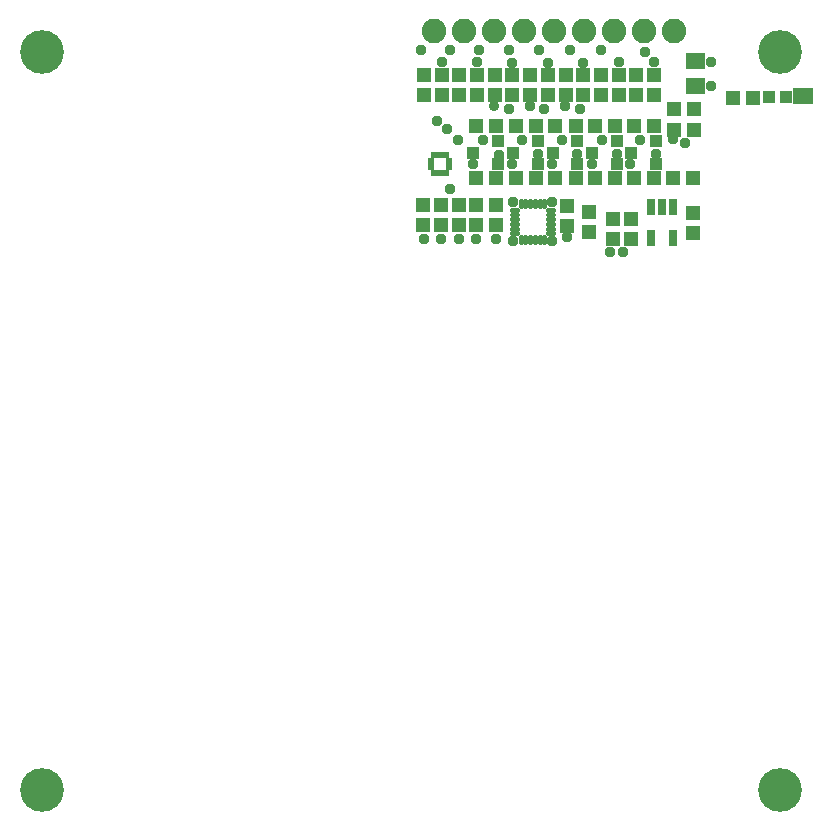
<source format=gbr>
G04 EAGLE Gerber RS-274X export*
G75*
%MOMM*%
%FSLAX34Y34*%
%LPD*%
%INSoldermask Top*%
%IPPOS*%
%AMOC8*
5,1,8,0,0,1.08239X$1,22.5*%
G01*
%ADD10C,3.703200*%
%ADD11R,1.303200X1.203200*%
%ADD12R,1.003200X1.003200*%
%ADD13R,0.838200X1.473200*%
%ADD14R,1.203200X1.303200*%
%ADD15R,0.753200X1.403200*%
%ADD16C,2.082800*%
%ADD17C,0.258150*%
%ADD18R,1.103200X1.003200*%
%ADD19R,0.528200X0.503200*%
%ADD20R,0.503200X0.528200*%
%ADD21C,0.953200*%
%ADD22C,0.903200*%


D10*
X37500Y662500D03*
X662500Y662500D03*
X37500Y37500D03*
X662500Y37500D03*
D11*
X639500Y624000D03*
X622500Y624000D03*
D12*
X668000Y624500D03*
X653000Y624500D03*
D13*
X686064Y625000D03*
X677936Y625000D03*
D14*
X589000Y526000D03*
X589000Y509000D03*
D11*
X589000Y555500D03*
X572000Y555500D03*
D15*
X572000Y531501D03*
X562500Y531501D03*
X553000Y531501D03*
X553000Y505499D03*
X572000Y505499D03*
D11*
X572500Y614500D03*
X589500Y614500D03*
X572500Y596500D03*
X589500Y596500D03*
D14*
X521500Y504500D03*
X521500Y521500D03*
X481000Y643000D03*
X481000Y626000D03*
X451000Y643000D03*
X451000Y626000D03*
X421000Y643000D03*
X421000Y626000D03*
X391000Y643000D03*
X391000Y626000D03*
X361000Y643000D03*
X361000Y626000D03*
D16*
X370000Y680000D03*
X395400Y680000D03*
X420800Y680000D03*
X446200Y680000D03*
X471600Y680000D03*
X497000Y680000D03*
X522400Y680000D03*
X547800Y680000D03*
X573200Y680000D03*
D14*
X466000Y643000D03*
X466000Y626000D03*
X496000Y643000D03*
X496000Y626000D03*
X436000Y643000D03*
X436000Y626000D03*
D13*
X586872Y634000D03*
X595000Y634000D03*
D14*
X526000Y643000D03*
X526000Y626000D03*
X376000Y643000D03*
X376000Y626000D03*
D13*
X586872Y655000D03*
X595000Y655000D03*
D14*
X536500Y504500D03*
X536500Y521500D03*
D17*
X440475Y528175D02*
X434625Y528175D01*
X434625Y529825D01*
X440475Y529825D01*
X440475Y528175D01*
X440475Y524175D02*
X434625Y524175D01*
X434625Y525825D01*
X440475Y525825D01*
X440475Y524175D01*
X440475Y520175D02*
X434625Y520175D01*
X434625Y521825D01*
X440475Y521825D01*
X440475Y520175D01*
X440475Y516175D02*
X434625Y516175D01*
X434625Y517825D01*
X440475Y517825D01*
X440475Y516175D01*
X440475Y512175D02*
X434625Y512175D01*
X434625Y513825D01*
X440475Y513825D01*
X440475Y512175D01*
X440475Y508175D02*
X434625Y508175D01*
X434625Y509825D01*
X440475Y509825D01*
X440475Y508175D01*
X443825Y506475D02*
X443825Y500625D01*
X442175Y500625D01*
X442175Y506475D01*
X443825Y506475D01*
X443825Y503078D02*
X442175Y503078D01*
X442175Y505531D02*
X443825Y505531D01*
X447825Y506475D02*
X447825Y500625D01*
X446175Y500625D01*
X446175Y506475D01*
X447825Y506475D01*
X447825Y503078D02*
X446175Y503078D01*
X446175Y505531D02*
X447825Y505531D01*
X451825Y506475D02*
X451825Y500625D01*
X450175Y500625D01*
X450175Y506475D01*
X451825Y506475D01*
X451825Y503078D02*
X450175Y503078D01*
X450175Y505531D02*
X451825Y505531D01*
X455825Y506475D02*
X455825Y500625D01*
X454175Y500625D01*
X454175Y506475D01*
X455825Y506475D01*
X455825Y503078D02*
X454175Y503078D01*
X454175Y505531D02*
X455825Y505531D01*
X459825Y506475D02*
X459825Y500625D01*
X458175Y500625D01*
X458175Y506475D01*
X459825Y506475D01*
X459825Y503078D02*
X458175Y503078D01*
X458175Y505531D02*
X459825Y505531D01*
X463825Y506475D02*
X463825Y500625D01*
X462175Y500625D01*
X462175Y506475D01*
X463825Y506475D01*
X463825Y503078D02*
X462175Y503078D01*
X462175Y505531D02*
X463825Y505531D01*
X465525Y509825D02*
X471375Y509825D01*
X471375Y508175D01*
X465525Y508175D01*
X465525Y509825D01*
X465525Y513825D02*
X471375Y513825D01*
X471375Y512175D01*
X465525Y512175D01*
X465525Y513825D01*
X465525Y517825D02*
X471375Y517825D01*
X471375Y516175D01*
X465525Y516175D01*
X465525Y517825D01*
X465525Y521825D02*
X471375Y521825D01*
X471375Y520175D01*
X465525Y520175D01*
X465525Y521825D01*
X465525Y525825D02*
X471375Y525825D01*
X471375Y524175D01*
X465525Y524175D01*
X465525Y525825D01*
X465525Y529825D02*
X471375Y529825D01*
X471375Y528175D01*
X465525Y528175D01*
X465525Y529825D01*
X462175Y531525D02*
X462175Y537375D01*
X463825Y537375D01*
X463825Y531525D01*
X462175Y531525D01*
X462175Y533978D02*
X463825Y533978D01*
X463825Y536431D02*
X462175Y536431D01*
X458175Y537375D02*
X458175Y531525D01*
X458175Y537375D02*
X459825Y537375D01*
X459825Y531525D01*
X458175Y531525D01*
X458175Y533978D02*
X459825Y533978D01*
X459825Y536431D02*
X458175Y536431D01*
X454175Y537375D02*
X454175Y531525D01*
X454175Y537375D02*
X455825Y537375D01*
X455825Y531525D01*
X454175Y531525D01*
X454175Y533978D02*
X455825Y533978D01*
X455825Y536431D02*
X454175Y536431D01*
X450175Y537375D02*
X450175Y531525D01*
X450175Y537375D02*
X451825Y537375D01*
X451825Y531525D01*
X450175Y531525D01*
X450175Y533978D02*
X451825Y533978D01*
X451825Y536431D02*
X450175Y536431D01*
X446175Y537375D02*
X446175Y531525D01*
X446175Y537375D02*
X447825Y537375D01*
X447825Y531525D01*
X446175Y531525D01*
X446175Y533978D02*
X447825Y533978D01*
X447825Y536431D02*
X446175Y536431D01*
X442175Y537375D02*
X442175Y531525D01*
X442175Y537375D02*
X443825Y537375D01*
X443825Y531525D01*
X442175Y531525D01*
X442175Y533978D02*
X443825Y533978D01*
X443825Y536431D02*
X442175Y536431D01*
D18*
X524500Y568000D03*
X524500Y587000D03*
X503500Y577500D03*
D11*
X523000Y555500D03*
X506000Y555500D03*
X523000Y600000D03*
X506000Y600000D03*
D18*
X491000Y568000D03*
X491000Y587000D03*
X470000Y577500D03*
D11*
X489500Y555500D03*
X472500Y555500D03*
X489500Y600000D03*
X472500Y600000D03*
D18*
X457500Y568000D03*
X457500Y587000D03*
X436500Y577500D03*
D11*
X456000Y555500D03*
X439000Y555500D03*
X456000Y600000D03*
X439000Y600000D03*
D18*
X424000Y568000D03*
X424000Y587000D03*
X403000Y577500D03*
D11*
X422500Y555500D03*
X405500Y555500D03*
X422500Y600000D03*
X405500Y600000D03*
D18*
X557500Y568000D03*
X557500Y587000D03*
X536500Y577500D03*
D11*
X556000Y555500D03*
X539000Y555500D03*
X556000Y600000D03*
X539000Y600000D03*
D14*
X501000Y510500D03*
X501000Y527500D03*
X422500Y516000D03*
X422500Y533000D03*
X482000Y515500D03*
X482000Y532500D03*
D19*
X382500Y565000D03*
X382500Y570000D03*
D20*
X380000Y575250D03*
X375000Y575250D03*
X370000Y575250D03*
D19*
X367500Y570000D03*
X367500Y565000D03*
D20*
X370000Y559750D03*
X375000Y559750D03*
X380000Y559750D03*
D14*
X360500Y533000D03*
X360500Y516000D03*
X405500Y516000D03*
X405500Y533000D03*
X375500Y533000D03*
X375500Y516000D03*
X390500Y533000D03*
X390500Y516000D03*
X511000Y643000D03*
X511000Y626000D03*
X541000Y643000D03*
X541000Y626000D03*
X406000Y643000D03*
X406000Y626000D03*
X556000Y643000D03*
X556000Y626000D03*
D21*
X548000Y663000D03*
X511000Y664000D03*
X484500Y664000D03*
X458500Y664000D03*
X433500Y664000D03*
X408000Y664000D03*
X383000Y664000D03*
X359000Y664000D03*
X503000Y567500D03*
X536000Y567500D03*
X402500Y567500D03*
X436000Y567500D03*
X469500Y567500D03*
X529500Y493500D03*
X463000Y614500D03*
X493000Y614500D03*
X433000Y614500D03*
X436500Y502500D03*
X469500Y502500D03*
X469500Y535500D03*
X436500Y535500D03*
X390500Y504500D03*
X375500Y504500D03*
X582000Y585500D03*
X383500Y546500D03*
X451000Y616500D03*
X380500Y597500D03*
X496000Y653000D03*
X466000Y653500D03*
X436000Y653000D03*
X604500Y634000D03*
X406000Y654500D03*
X526000Y654500D03*
X604000Y654500D03*
X376000Y654500D03*
X556000Y654500D03*
X511500Y588500D03*
X544000Y588500D03*
X411000Y588500D03*
X444500Y588500D03*
X478000Y588500D03*
X482000Y506000D03*
X405000Y504500D03*
X361000Y504500D03*
X572000Y589000D03*
X524500Y576000D03*
X557500Y576000D03*
X425000Y575500D03*
X457500Y576000D03*
X491000Y576000D03*
X519000Y493500D03*
X422500Y504500D03*
D22*
X420500Y617000D03*
D21*
X372500Y604500D03*
X480500Y616500D03*
X390000Y588500D03*
M02*

</source>
